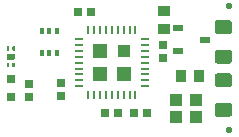
<source format=gtp>
G04 #@! TF.GenerationSoftware,KiCad,Pcbnew,5.0.0-rc3+dfsg1-2*
G04 #@! TF.CreationDate,2018-08-20T09:58:31+09:00*
G04 #@! TF.ProjectId,fst-01,6673742D30312E6B696361645F706362,rev?*
G04 #@! TF.SameCoordinates,PX791ddc0PY5e69114*
G04 #@! TF.FileFunction,Paste,Top*
G04 #@! TF.FilePolarity,Positive*
%FSLAX46Y46*%
G04 Gerber Fmt 4.6, Leading zero omitted, Abs format (unit mm)*
G04 Created by KiCad (PCBNEW 5.0.0-rc3+dfsg1-2) date Mon Aug 20 09:58:31 2018*
%MOMM*%
%LPD*%
G01*
G04 APERTURE LIST*
%ADD10C,0.150000*%
%ADD11C,1.200000*%
%ADD12C,0.550000*%
%ADD13C,0.500000*%
%ADD14C,0.220000*%
%ADD15R,0.900000X0.600000*%
%ADD16R,0.400000X0.500000*%
%ADD17R,1.100000X1.000000*%
%ADD18R,0.700000X0.700000*%
%ADD19R,0.280000X0.750000*%
%ADD20R,0.750000X0.280000*%
%ADD21R,1.200000X1.200000*%
%ADD22R,1.060200X1.060200*%
%ADD23R,0.698500X0.762000*%
%ADD24R,0.899160X1.000760*%
%ADD25R,0.762000X0.698500*%
%ADD26R,1.000760X0.899160*%
G04 APERTURE END LIST*
D10*
G04 #@! TO.C,J1*
G36*
X1229405Y-401445D02*
X1258527Y-405764D01*
X1287085Y-412918D01*
X1314805Y-422836D01*
X1341419Y-435424D01*
X1366671Y-450559D01*
X1390318Y-468097D01*
X1412132Y-487868D01*
X1431903Y-509682D01*
X1449441Y-533329D01*
X1464576Y-558581D01*
X1477164Y-585195D01*
X1487082Y-612915D01*
X1494236Y-641473D01*
X1498555Y-670595D01*
X1500000Y-700000D01*
X1500000Y-1300000D01*
X1498555Y-1329405D01*
X1494236Y-1358527D01*
X1487082Y-1387085D01*
X1477164Y-1414805D01*
X1464576Y-1441419D01*
X1449441Y-1466671D01*
X1431903Y-1490318D01*
X1412132Y-1512132D01*
X1390318Y-1531903D01*
X1366671Y-1549441D01*
X1341419Y-1564576D01*
X1314805Y-1577164D01*
X1287085Y-1587082D01*
X1258527Y-1594236D01*
X1229405Y-1598555D01*
X1200000Y-1600000D01*
X300000Y-1600000D01*
X270595Y-1598555D01*
X241473Y-1594236D01*
X212915Y-1587082D01*
X185195Y-1577164D01*
X158581Y-1564576D01*
X133329Y-1549441D01*
X109682Y-1531903D01*
X87868Y-1512132D01*
X68097Y-1490318D01*
X50559Y-1466671D01*
X35424Y-1441419D01*
X22836Y-1414805D01*
X12918Y-1387085D01*
X5764Y-1358527D01*
X1445Y-1329405D01*
X0Y-1300000D01*
X0Y-700000D01*
X1445Y-670595D01*
X5764Y-641473D01*
X12918Y-612915D01*
X22836Y-585195D01*
X35424Y-558581D01*
X50559Y-533329D01*
X68097Y-509682D01*
X87868Y-487868D01*
X109682Y-468097D01*
X133329Y-450559D01*
X158581Y-435424D01*
X185195Y-422836D01*
X212915Y-412918D01*
X241473Y-405764D01*
X270595Y-401445D01*
X300000Y-400000D01*
X1200000Y-400000D01*
X1229405Y-401445D01*
X1229405Y-401445D01*
G37*
D11*
X750000Y-1000000D03*
D10*
G36*
X1229405Y1598555D02*
X1258527Y1594236D01*
X1287085Y1587082D01*
X1314805Y1577164D01*
X1341419Y1564576D01*
X1366671Y1549441D01*
X1390318Y1531903D01*
X1412132Y1512132D01*
X1431903Y1490318D01*
X1449441Y1466671D01*
X1464576Y1441419D01*
X1477164Y1414805D01*
X1487082Y1387085D01*
X1494236Y1358527D01*
X1498555Y1329405D01*
X1500000Y1300000D01*
X1500000Y700000D01*
X1498555Y670595D01*
X1494236Y641473D01*
X1487082Y612915D01*
X1477164Y585195D01*
X1464576Y558581D01*
X1449441Y533329D01*
X1431903Y509682D01*
X1412132Y487868D01*
X1390318Y468097D01*
X1366671Y450559D01*
X1341419Y435424D01*
X1314805Y422836D01*
X1287085Y412918D01*
X1258527Y405764D01*
X1229405Y401445D01*
X1200000Y400000D01*
X300000Y400000D01*
X270595Y401445D01*
X241473Y405764D01*
X212915Y412918D01*
X185195Y422836D01*
X158581Y435424D01*
X133329Y450559D01*
X109682Y468097D01*
X87868Y487868D01*
X68097Y509682D01*
X50559Y533329D01*
X35424Y558581D01*
X22836Y585195D01*
X12918Y612915D01*
X5764Y641473D01*
X1445Y670595D01*
X0Y700000D01*
X0Y1300000D01*
X1445Y1329405D01*
X5764Y1358527D01*
X12918Y1387085D01*
X22836Y1414805D01*
X35424Y1441419D01*
X50559Y1466671D01*
X68097Y1490318D01*
X87868Y1512132D01*
X109682Y1531903D01*
X133329Y1549441D01*
X158581Y1564576D01*
X185195Y1577164D01*
X212915Y1587082D01*
X241473Y1594236D01*
X270595Y1598555D01*
X300000Y1600000D01*
X1200000Y1600000D01*
X1229405Y1598555D01*
X1229405Y1598555D01*
G37*
D11*
X750000Y1000000D03*
D10*
G36*
X1229405Y-2901445D02*
X1258527Y-2905764D01*
X1287085Y-2912918D01*
X1314805Y-2922836D01*
X1341419Y-2935424D01*
X1366671Y-2950559D01*
X1390318Y-2968097D01*
X1412132Y-2987868D01*
X1431903Y-3009682D01*
X1449441Y-3033329D01*
X1464576Y-3058581D01*
X1477164Y-3085195D01*
X1487082Y-3112915D01*
X1494236Y-3141473D01*
X1498555Y-3170595D01*
X1500000Y-3200000D01*
X1500000Y-3800000D01*
X1498555Y-3829405D01*
X1494236Y-3858527D01*
X1487082Y-3887085D01*
X1477164Y-3914805D01*
X1464576Y-3941419D01*
X1449441Y-3966671D01*
X1431903Y-3990318D01*
X1412132Y-4012132D01*
X1390318Y-4031903D01*
X1366671Y-4049441D01*
X1341419Y-4064576D01*
X1314805Y-4077164D01*
X1287085Y-4087082D01*
X1258527Y-4094236D01*
X1229405Y-4098555D01*
X1200000Y-4100000D01*
X300000Y-4100000D01*
X270595Y-4098555D01*
X241473Y-4094236D01*
X212915Y-4087082D01*
X185195Y-4077164D01*
X158581Y-4064576D01*
X133329Y-4049441D01*
X109682Y-4031903D01*
X87868Y-4012132D01*
X68097Y-3990318D01*
X50559Y-3966671D01*
X35424Y-3941419D01*
X22836Y-3914805D01*
X12918Y-3887085D01*
X5764Y-3858527D01*
X1445Y-3829405D01*
X0Y-3800000D01*
X0Y-3200000D01*
X1445Y-3170595D01*
X5764Y-3141473D01*
X12918Y-3112915D01*
X22836Y-3085195D01*
X35424Y-3058581D01*
X50559Y-3033329D01*
X68097Y-3009682D01*
X87868Y-2987868D01*
X109682Y-2968097D01*
X133329Y-2950559D01*
X158581Y-2935424D01*
X185195Y-2922836D01*
X212915Y-2912918D01*
X241473Y-2905764D01*
X270595Y-2901445D01*
X300000Y-2900000D01*
X1200000Y-2900000D01*
X1229405Y-2901445D01*
X1229405Y-2901445D01*
G37*
D11*
X750000Y-3500000D03*
D10*
G36*
X1229405Y4098675D02*
X1258527Y4094356D01*
X1287085Y4087202D01*
X1314805Y4077284D01*
X1341419Y4064696D01*
X1366671Y4049561D01*
X1390318Y4032023D01*
X1412132Y4012252D01*
X1431903Y3990438D01*
X1449441Y3966791D01*
X1464576Y3941539D01*
X1477164Y3914925D01*
X1487082Y3887205D01*
X1494236Y3858647D01*
X1498555Y3829525D01*
X1500000Y3800120D01*
X1500000Y3200120D01*
X1498555Y3170715D01*
X1494236Y3141593D01*
X1487082Y3113035D01*
X1477164Y3085315D01*
X1464576Y3058701D01*
X1449441Y3033449D01*
X1431903Y3009802D01*
X1412132Y2987988D01*
X1390318Y2968217D01*
X1366671Y2950679D01*
X1341419Y2935544D01*
X1314805Y2922956D01*
X1287085Y2913038D01*
X1258527Y2905884D01*
X1229405Y2901565D01*
X1200000Y2900120D01*
X300000Y2900120D01*
X270595Y2901565D01*
X241473Y2905884D01*
X212915Y2913038D01*
X185195Y2922956D01*
X158581Y2935544D01*
X133329Y2950679D01*
X109682Y2968217D01*
X87868Y2987988D01*
X68097Y3009802D01*
X50559Y3033449D01*
X35424Y3058701D01*
X22836Y3085315D01*
X12918Y3113035D01*
X5764Y3141593D01*
X1445Y3170715D01*
X0Y3200120D01*
X0Y3800120D01*
X1445Y3829525D01*
X5764Y3858647D01*
X12918Y3887205D01*
X22836Y3914925D01*
X35424Y3941539D01*
X50559Y3966791D01*
X68097Y3990438D01*
X87868Y4012252D01*
X109682Y4032023D01*
X133329Y4049561D01*
X158581Y4064696D01*
X185195Y4077284D01*
X212915Y4087202D01*
X241473Y4094356D01*
X270595Y4098675D01*
X300000Y4100120D01*
X1200000Y4100120D01*
X1229405Y4098675D01*
X1229405Y4098675D01*
G37*
D11*
X750000Y3500120D03*
D12*
X1200000Y-5250000D03*
X1200000Y5250000D03*
G04 #@! TD*
D10*
G04 #@! TO.C,U4*
G36*
X-17012748Y1249398D02*
X-17000614Y1247598D01*
X-16988714Y1244618D01*
X-16977165Y1240485D01*
X-16966075Y1235240D01*
X-16955554Y1228934D01*
X-16945701Y1221626D01*
X-16936612Y1213388D01*
X-16928374Y1204299D01*
X-16921066Y1194446D01*
X-16914760Y1183925D01*
X-16909515Y1172835D01*
X-16905382Y1161286D01*
X-16902402Y1149386D01*
X-16900602Y1137252D01*
X-16900000Y1125000D01*
X-16900000Y875000D01*
X-16900602Y862748D01*
X-16902402Y850614D01*
X-16905382Y838714D01*
X-16909515Y827165D01*
X-16914760Y816075D01*
X-16921066Y805554D01*
X-16928374Y795701D01*
X-16936612Y786612D01*
X-16945701Y778374D01*
X-16955554Y771066D01*
X-16966075Y764760D01*
X-16977165Y759515D01*
X-16988714Y755382D01*
X-17000614Y752402D01*
X-17012748Y750602D01*
X-17025000Y750000D01*
X-17475000Y750000D01*
X-17487252Y750602D01*
X-17499386Y752402D01*
X-17511286Y755382D01*
X-17522835Y759515D01*
X-17533925Y764760D01*
X-17544446Y771066D01*
X-17554299Y778374D01*
X-17563388Y786612D01*
X-17571626Y795701D01*
X-17578934Y805554D01*
X-17585240Y816075D01*
X-17590485Y827165D01*
X-17594618Y838714D01*
X-17597598Y850614D01*
X-17599398Y862748D01*
X-17600000Y875000D01*
X-17600000Y1125000D01*
X-17599398Y1137252D01*
X-17597598Y1149386D01*
X-17594618Y1161286D01*
X-17590485Y1172835D01*
X-17585240Y1183925D01*
X-17578934Y1194446D01*
X-17571626Y1204299D01*
X-17563388Y1213388D01*
X-17554299Y1221626D01*
X-17544446Y1228934D01*
X-17533925Y1235240D01*
X-17522835Y1240485D01*
X-17511286Y1244618D01*
X-17499386Y1247598D01*
X-17487252Y1249398D01*
X-17475000Y1250000D01*
X-17025000Y1250000D01*
X-17012748Y1249398D01*
X-17012748Y1249398D01*
G37*
D13*
X-17250000Y1000000D03*
D10*
G36*
X-17439609Y1899735D02*
X-17434270Y1898943D01*
X-17429034Y1897632D01*
X-17423952Y1895813D01*
X-17419073Y1893506D01*
X-17414444Y1890731D01*
X-17410108Y1887516D01*
X-17406109Y1883891D01*
X-17402484Y1879892D01*
X-17399269Y1875556D01*
X-17396494Y1870927D01*
X-17394187Y1866048D01*
X-17392368Y1860966D01*
X-17391057Y1855730D01*
X-17390265Y1850391D01*
X-17390000Y1845000D01*
X-17390000Y1555000D01*
X-17390265Y1549609D01*
X-17391057Y1544270D01*
X-17392368Y1539034D01*
X-17394187Y1533952D01*
X-17396494Y1529073D01*
X-17399269Y1524444D01*
X-17402484Y1520108D01*
X-17406109Y1516109D01*
X-17410108Y1512484D01*
X-17414444Y1509269D01*
X-17419073Y1506494D01*
X-17423952Y1504187D01*
X-17429034Y1502368D01*
X-17434270Y1501057D01*
X-17439609Y1500265D01*
X-17445000Y1500000D01*
X-17555000Y1500000D01*
X-17560391Y1500265D01*
X-17565730Y1501057D01*
X-17570966Y1502368D01*
X-17576048Y1504187D01*
X-17580927Y1506494D01*
X-17585556Y1509269D01*
X-17589892Y1512484D01*
X-17593891Y1516109D01*
X-17597516Y1520108D01*
X-17600731Y1524444D01*
X-17603506Y1529073D01*
X-17605813Y1533952D01*
X-17607632Y1539034D01*
X-17608943Y1544270D01*
X-17609735Y1549609D01*
X-17610000Y1555000D01*
X-17610000Y1845000D01*
X-17609735Y1850391D01*
X-17608943Y1855730D01*
X-17607632Y1860966D01*
X-17605813Y1866048D01*
X-17603506Y1870927D01*
X-17600731Y1875556D01*
X-17597516Y1879892D01*
X-17593891Y1883891D01*
X-17589892Y1887516D01*
X-17585556Y1890731D01*
X-17580927Y1893506D01*
X-17576048Y1895813D01*
X-17570966Y1897632D01*
X-17565730Y1898943D01*
X-17560391Y1899735D01*
X-17555000Y1900000D01*
X-17445000Y1900000D01*
X-17439609Y1899735D01*
X-17439609Y1899735D01*
G37*
D14*
X-17500000Y1700000D03*
D10*
G36*
X-16939609Y1899735D02*
X-16934270Y1898943D01*
X-16929034Y1897632D01*
X-16923952Y1895813D01*
X-16919073Y1893506D01*
X-16914444Y1890731D01*
X-16910108Y1887516D01*
X-16906109Y1883891D01*
X-16902484Y1879892D01*
X-16899269Y1875556D01*
X-16896494Y1870927D01*
X-16894187Y1866048D01*
X-16892368Y1860966D01*
X-16891057Y1855730D01*
X-16890265Y1850391D01*
X-16890000Y1845000D01*
X-16890000Y1555000D01*
X-16890265Y1549609D01*
X-16891057Y1544270D01*
X-16892368Y1539034D01*
X-16894187Y1533952D01*
X-16896494Y1529073D01*
X-16899269Y1524444D01*
X-16902484Y1520108D01*
X-16906109Y1516109D01*
X-16910108Y1512484D01*
X-16914444Y1509269D01*
X-16919073Y1506494D01*
X-16923952Y1504187D01*
X-16929034Y1502368D01*
X-16934270Y1501057D01*
X-16939609Y1500265D01*
X-16945000Y1500000D01*
X-17055000Y1500000D01*
X-17060391Y1500265D01*
X-17065730Y1501057D01*
X-17070966Y1502368D01*
X-17076048Y1504187D01*
X-17080927Y1506494D01*
X-17085556Y1509269D01*
X-17089892Y1512484D01*
X-17093891Y1516109D01*
X-17097516Y1520108D01*
X-17100731Y1524444D01*
X-17103506Y1529073D01*
X-17105813Y1533952D01*
X-17107632Y1539034D01*
X-17108943Y1544270D01*
X-17109735Y1549609D01*
X-17110000Y1555000D01*
X-17110000Y1845000D01*
X-17109735Y1850391D01*
X-17108943Y1855730D01*
X-17107632Y1860966D01*
X-17105813Y1866048D01*
X-17103506Y1870927D01*
X-17100731Y1875556D01*
X-17097516Y1879892D01*
X-17093891Y1883891D01*
X-17089892Y1887516D01*
X-17085556Y1890731D01*
X-17080927Y1893506D01*
X-17076048Y1895813D01*
X-17070966Y1897632D01*
X-17065730Y1898943D01*
X-17060391Y1899735D01*
X-17055000Y1900000D01*
X-16945000Y1900000D01*
X-16939609Y1899735D01*
X-16939609Y1899735D01*
G37*
D14*
X-17000000Y1700000D03*
D10*
G36*
X-17439609Y499735D02*
X-17434270Y498943D01*
X-17429034Y497632D01*
X-17423952Y495813D01*
X-17419073Y493506D01*
X-17414444Y490731D01*
X-17410108Y487516D01*
X-17406109Y483891D01*
X-17402484Y479892D01*
X-17399269Y475556D01*
X-17396494Y470927D01*
X-17394187Y466048D01*
X-17392368Y460966D01*
X-17391057Y455730D01*
X-17390265Y450391D01*
X-17390000Y445000D01*
X-17390000Y155000D01*
X-17390265Y149609D01*
X-17391057Y144270D01*
X-17392368Y139034D01*
X-17394187Y133952D01*
X-17396494Y129073D01*
X-17399269Y124444D01*
X-17402484Y120108D01*
X-17406109Y116109D01*
X-17410108Y112484D01*
X-17414444Y109269D01*
X-17419073Y106494D01*
X-17423952Y104187D01*
X-17429034Y102368D01*
X-17434270Y101057D01*
X-17439609Y100265D01*
X-17445000Y100000D01*
X-17555000Y100000D01*
X-17560391Y100265D01*
X-17565730Y101057D01*
X-17570966Y102368D01*
X-17576048Y104187D01*
X-17580927Y106494D01*
X-17585556Y109269D01*
X-17589892Y112484D01*
X-17593891Y116109D01*
X-17597516Y120108D01*
X-17600731Y124444D01*
X-17603506Y129073D01*
X-17605813Y133952D01*
X-17607632Y139034D01*
X-17608943Y144270D01*
X-17609735Y149609D01*
X-17610000Y155000D01*
X-17610000Y445000D01*
X-17609735Y450391D01*
X-17608943Y455730D01*
X-17607632Y460966D01*
X-17605813Y466048D01*
X-17603506Y470927D01*
X-17600731Y475556D01*
X-17597516Y479892D01*
X-17593891Y483891D01*
X-17589892Y487516D01*
X-17585556Y490731D01*
X-17580927Y493506D01*
X-17576048Y495813D01*
X-17570966Y497632D01*
X-17565730Y498943D01*
X-17560391Y499735D01*
X-17555000Y500000D01*
X-17445000Y500000D01*
X-17439609Y499735D01*
X-17439609Y499735D01*
G37*
D14*
X-17500000Y300000D03*
D10*
G36*
X-16939609Y499735D02*
X-16934270Y498943D01*
X-16929034Y497632D01*
X-16923952Y495813D01*
X-16919073Y493506D01*
X-16914444Y490731D01*
X-16910108Y487516D01*
X-16906109Y483891D01*
X-16902484Y479892D01*
X-16899269Y475556D01*
X-16896494Y470927D01*
X-16894187Y466048D01*
X-16892368Y460966D01*
X-16891057Y455730D01*
X-16890265Y450391D01*
X-16890000Y445000D01*
X-16890000Y155000D01*
X-16890265Y149609D01*
X-16891057Y144270D01*
X-16892368Y139034D01*
X-16894187Y133952D01*
X-16896494Y129073D01*
X-16899269Y124444D01*
X-16902484Y120108D01*
X-16906109Y116109D01*
X-16910108Y112484D01*
X-16914444Y109269D01*
X-16919073Y106494D01*
X-16923952Y104187D01*
X-16929034Y102368D01*
X-16934270Y101057D01*
X-16939609Y100265D01*
X-16945000Y100000D01*
X-17055000Y100000D01*
X-17060391Y100265D01*
X-17065730Y101057D01*
X-17070966Y102368D01*
X-17076048Y104187D01*
X-17080927Y106494D01*
X-17085556Y109269D01*
X-17089892Y112484D01*
X-17093891Y116109D01*
X-17097516Y120108D01*
X-17100731Y124444D01*
X-17103506Y129073D01*
X-17105813Y133952D01*
X-17107632Y139034D01*
X-17108943Y144270D01*
X-17109735Y149609D01*
X-17110000Y155000D01*
X-17110000Y445000D01*
X-17109735Y450391D01*
X-17108943Y455730D01*
X-17107632Y460966D01*
X-17105813Y466048D01*
X-17103506Y470927D01*
X-17100731Y475556D01*
X-17097516Y479892D01*
X-17093891Y483891D01*
X-17089892Y487516D01*
X-17085556Y490731D01*
X-17080927Y493506D01*
X-17076048Y495813D01*
X-17070966Y497632D01*
X-17065730Y498943D01*
X-17060391Y499735D01*
X-17055000Y500000D01*
X-16945000Y500000D01*
X-16939609Y499735D01*
X-16939609Y499735D01*
G37*
D14*
X-17000000Y300000D03*
G04 #@! TD*
D15*
G04 #@! TO.C,U2*
X-780000Y2440000D03*
X-3080000Y1490000D03*
X-3080000Y3390000D03*
G04 #@! TD*
D16*
G04 #@! TO.C,U3*
X-14650000Y3190000D03*
X-14000000Y3190000D03*
X-13350000Y3190000D03*
X-13350000Y1290000D03*
X-14000000Y1290000D03*
X-14650000Y1290000D03*
G04 #@! TD*
D17*
G04 #@! TO.C,X1*
X-3280000Y-2680000D03*
X-3280000Y-4080000D03*
X-1580000Y-4080000D03*
X-1580000Y-2680000D03*
G04 #@! TD*
D18*
G04 #@! TO.C,D1*
X-17250000Y-910000D03*
X-17250000Y-2410000D03*
G04 #@! TD*
D19*
G04 #@! TO.C,U1*
X-6700000Y-2285000D03*
X-7200000Y-2285000D03*
X-7700000Y-2285000D03*
X-8200000Y-2285000D03*
X-8700000Y-2285000D03*
X-9200000Y-2285000D03*
X-9700000Y-2285000D03*
X-10200000Y-2285000D03*
X-10700000Y-2285000D03*
D20*
X-11475000Y-1510000D03*
X-11475000Y-1010000D03*
X-11475000Y-510000D03*
X-11475000Y-10000D03*
X-11475000Y490000D03*
X-11475000Y990000D03*
X-11475000Y1490000D03*
X-11475000Y1990000D03*
X-11475000Y2490000D03*
D19*
X-10700000Y3265000D03*
X-10200000Y3265000D03*
X-9700000Y3265000D03*
X-9200000Y3265000D03*
X-8700000Y3265000D03*
X-8200000Y3265000D03*
X-7700000Y3265000D03*
X-7200000Y3265000D03*
X-6700000Y3265000D03*
D20*
X-5925000Y2490000D03*
X-5925000Y1990000D03*
X-5925000Y1490000D03*
X-5925000Y990000D03*
X-5925000Y490000D03*
X-5925000Y-10000D03*
X-5925000Y-510000D03*
X-5925000Y-1010000D03*
X-5925000Y-1510000D03*
D21*
X-7700000Y-510000D03*
X-9700000Y1490000D03*
X-9700000Y-510000D03*
D22*
X-7700000Y1490000D03*
G04 #@! TD*
D23*
G04 #@! TO.C,R1*
X-15750000Y-2408640D03*
X-15750000Y-1311360D03*
G04 #@! TD*
D24*
G04 #@! TO.C,C7*
X-2851840Y-660000D03*
X-1348160Y-660000D03*
G04 #@! TD*
D23*
G04 #@! TO.C,C1*
X-4400000Y2008640D03*
X-4400000Y911360D03*
G04 #@! TD*
D25*
G04 #@! TO.C,C2*
X-5751360Y-3760000D03*
X-6848640Y-3760000D03*
G04 #@! TD*
G04 #@! TO.C,C5*
X-11548640Y4790000D03*
X-10451360Y4790000D03*
G04 #@! TD*
D23*
G04 #@! TO.C,C4*
X-13000000Y-2328640D03*
X-13000000Y-1231360D03*
G04 #@! TD*
D25*
G04 #@! TO.C,C3*
X-8151360Y-3760000D03*
X-9248640Y-3760000D03*
G04 #@! TD*
D26*
G04 #@! TO.C,C6*
X-4250000Y4851840D03*
X-4250000Y3348160D03*
G04 #@! TD*
M02*

</source>
